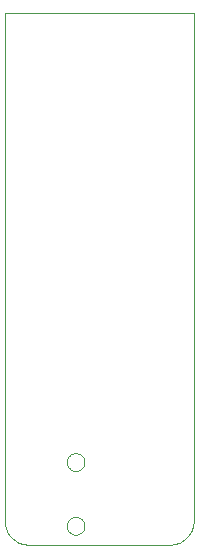
<source format=gbp>
G75*
G70*
%OFA0B0*%
%FSLAX24Y24*%
%IPPOS*%
%LPD*%
%AMOC8*
5,1,8,0,0,1.08239X$1,22.5*
%
%ADD10C,0.0000*%
D10*
X000160Y001700D02*
X000160Y018629D01*
X006459Y018629D01*
X006459Y001700D01*
X006457Y001646D01*
X006452Y001593D01*
X006443Y001540D01*
X006430Y001488D01*
X006414Y001436D01*
X006394Y001386D01*
X006371Y001338D01*
X006344Y001291D01*
X006315Y001246D01*
X006282Y001203D01*
X006247Y001163D01*
X006209Y001125D01*
X006169Y001090D01*
X006126Y001057D01*
X006081Y001028D01*
X006034Y001001D01*
X005986Y000978D01*
X005936Y000958D01*
X005884Y000942D01*
X005832Y000929D01*
X005779Y000920D01*
X005726Y000915D01*
X005672Y000913D01*
X005672Y000912D02*
X000947Y000912D01*
X000947Y000913D02*
X000893Y000915D01*
X000840Y000920D01*
X000787Y000929D01*
X000735Y000942D01*
X000683Y000958D01*
X000633Y000978D01*
X000585Y001001D01*
X000538Y001028D01*
X000493Y001057D01*
X000450Y001090D01*
X000410Y001125D01*
X000372Y001163D01*
X000337Y001203D01*
X000304Y001246D01*
X000275Y001291D01*
X000248Y001338D01*
X000225Y001386D01*
X000205Y001436D01*
X000189Y001488D01*
X000176Y001540D01*
X000167Y001593D01*
X000162Y001646D01*
X000160Y001700D01*
X002227Y001542D02*
X002229Y001576D01*
X002235Y001610D01*
X002245Y001643D01*
X002258Y001674D01*
X002276Y001704D01*
X002296Y001732D01*
X002320Y001757D01*
X002346Y001779D01*
X002374Y001797D01*
X002405Y001813D01*
X002437Y001825D01*
X002471Y001833D01*
X002505Y001837D01*
X002539Y001837D01*
X002573Y001833D01*
X002607Y001825D01*
X002639Y001813D01*
X002669Y001797D01*
X002698Y001779D01*
X002724Y001757D01*
X002748Y001732D01*
X002768Y001704D01*
X002786Y001674D01*
X002799Y001643D01*
X002809Y001610D01*
X002815Y001576D01*
X002817Y001542D01*
X002815Y001508D01*
X002809Y001474D01*
X002799Y001441D01*
X002786Y001410D01*
X002768Y001380D01*
X002748Y001352D01*
X002724Y001327D01*
X002698Y001305D01*
X002670Y001287D01*
X002639Y001271D01*
X002607Y001259D01*
X002573Y001251D01*
X002539Y001247D01*
X002505Y001247D01*
X002471Y001251D01*
X002437Y001259D01*
X002405Y001271D01*
X002374Y001287D01*
X002346Y001305D01*
X002320Y001327D01*
X002296Y001352D01*
X002276Y001380D01*
X002258Y001410D01*
X002245Y001441D01*
X002235Y001474D01*
X002229Y001508D01*
X002227Y001542D01*
X002227Y003668D02*
X002229Y003702D01*
X002235Y003736D01*
X002245Y003769D01*
X002258Y003800D01*
X002276Y003830D01*
X002296Y003858D01*
X002320Y003883D01*
X002346Y003905D01*
X002374Y003923D01*
X002405Y003939D01*
X002437Y003951D01*
X002471Y003959D01*
X002505Y003963D01*
X002539Y003963D01*
X002573Y003959D01*
X002607Y003951D01*
X002639Y003939D01*
X002669Y003923D01*
X002698Y003905D01*
X002724Y003883D01*
X002748Y003858D01*
X002768Y003830D01*
X002786Y003800D01*
X002799Y003769D01*
X002809Y003736D01*
X002815Y003702D01*
X002817Y003668D01*
X002815Y003634D01*
X002809Y003600D01*
X002799Y003567D01*
X002786Y003536D01*
X002768Y003506D01*
X002748Y003478D01*
X002724Y003453D01*
X002698Y003431D01*
X002670Y003413D01*
X002639Y003397D01*
X002607Y003385D01*
X002573Y003377D01*
X002539Y003373D01*
X002505Y003373D01*
X002471Y003377D01*
X002437Y003385D01*
X002405Y003397D01*
X002374Y003413D01*
X002346Y003431D01*
X002320Y003453D01*
X002296Y003478D01*
X002276Y003506D01*
X002258Y003536D01*
X002245Y003567D01*
X002235Y003600D01*
X002229Y003634D01*
X002227Y003668D01*
M02*

</source>
